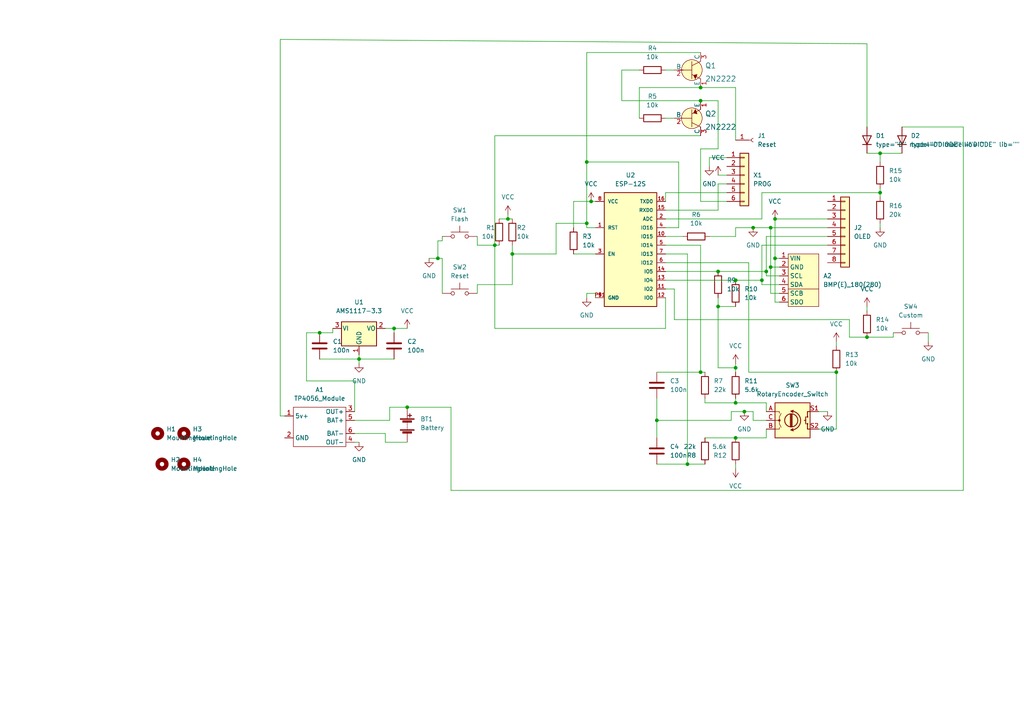
<source format=kicad_sch>
(kicad_sch (version 20211123) (generator eeschema)
  (paper "A4")
  (lib_symbols
    (symbol "BMP(E)_180(280):BMP(E)_180(280)"
      (property "Reference" "A" (at 16.51 13.97 0))
      (property "Value" "BMP(E)_180(280)" (at 3.81 13.97 0))
      (symbol "BMP(E)_180(280)_0_0"
        (rectangle (start -3.81 2.54) (end 11.43 11.43) (fill (type background)))
        (rectangle (start 6.35 2.54) (end 6.35 11.43))
      )
      (symbol "BMP(E)_180(280)_1_1"
        (pin power_in line (at -2.54 0 90) (length 2.54) (name "VIN") (number "1"))
        (pin power_in line (at 0 0 90) (length 2.54) (name "GND") (number "2"))
        (pin bidirectional line (at 2.54 0 90) (length 2.54) (name "SCL") (number "3"))
        (pin bidirectional line (at 5.08 0 90) (length 2.54) (name "SDA") (number "4"))
        (pin bidirectional line (at 7.62 0 90) (length 2.54) (name "SCB") (number "5"))
        (pin bidirectional line (at 10.16 0 90) (length 2.54) (name "SDO") (number "6"))
      )
    )
    (symbol "Connector:Conn_01x01_Female" (pin_names (offset 1.016) hide)
      (property "Reference" "J" (at 0 2.54 0))
      (property "Value" "Conn_01x01_Female" (at 0 -2.54 0))
      (symbol "Conn_01x01_Female_1_1"
        (polyline (pts (xy -1.27 0) (xy -0.508 0)) (stroke (width 0.1524)))
        (arc (start 0 0.508) (mid -0.508 0) (end 0 -0.508) (stroke (width 0.1524)))
        (pin passive line (at -5.08 0 0) (length 3.81) (name "Pin_1") (number "1"))
      )
    )
    (symbol "Connector_Generic:Conn_01x06" (pin_names (offset 1.016) hide)
      (property "Reference" "J" (at 0 7.62 0))
      (property "Value" "Conn_01x06" (at 0 -10.16 0))
      (symbol "Conn_01x06_1_1"
        (rectangle (start -1.27 -7.493) (end 0 -7.747) (stroke (width 0.1524)))
        (rectangle (start -1.27 -4.953) (end 0 -5.207) (stroke (width 0.1524)))
        (rectangle (start -1.27 -2.413) (end 0 -2.667) (stroke (width 0.1524)))
        (rectangle (start -1.27 0.127) (end 0 -0.127) (stroke (width 0.1524)))
        (rectangle (start -1.27 2.667) (end 0 2.413) (stroke (width 0.1524)))
        (rectangle (start -1.27 5.207) (end 0 4.953) (stroke (width 0.1524)))
        (rectangle (start -1.27 6.35) (end 1.27 -8.89) (stroke (width 0.254)) (fill (type background)))
        (pin passive line (at -5.08 5.08 0) (length 3.81) (name "Pin_1") (number "1"))
        (pin passive line (at -5.08 2.54 0) (length 3.81) (name "Pin_2") (number "2"))
        (pin passive line (at -5.08 0 0) (length 3.81) (name "Pin_3") (number "3"))
        (pin passive line (at -5.08 -2.54 0) (length 3.81) (name "Pin_4") (number "4"))
        (pin passive line (at -5.08 -5.08 0) (length 3.81) (name "Pin_5") (number "5"))
        (pin passive line (at -5.08 -7.62 0) (length 3.81) (name "Pin_6") (number "6"))
      )
    )
    (symbol "Connector_Generic:Conn_01x08" (pin_names (offset 1.016) hide)
      (property "Reference" "J" (at 0 10.16 0))
      (property "Value" "Conn_01x08" (at 0 -12.7 0))
      (symbol "Conn_01x08_1_1"
        (rectangle (start -1.27 -10.033) (end 0 -10.287) (stroke (width 0.1524)))
        (rectangle (start -1.27 -7.493) (end 0 -7.747) (stroke (width 0.1524)))
        (rectangle (start -1.27 -4.953) (end 0 -5.207) (stroke (width 0.1524)))
        (rectangle (start -1.27 -2.413) (end 0 -2.667) (stroke (width 0.1524)))
        (rectangle (start -1.27 0.127) (end 0 -0.127) (stroke (width 0.1524)))
        (rectangle (start -1.27 2.667) (end 0 2.413) (stroke (width 0.1524)))
        (rectangle (start -1.27 5.207) (end 0 4.953) (stroke (width 0.1524)))
        (rectangle (start -1.27 7.747) (end 0 7.493) (stroke (width 0.1524)))
        (rectangle (start -1.27 8.89) (end 1.27 -11.43) (stroke (width 0.254)) (fill (type background)))
        (pin passive line (at -5.08 7.62 0) (length 3.81) (name "Pin_1") (number "1"))
        (pin passive line (at -5.08 5.08 0) (length 3.81) (name "Pin_2") (number "2"))
        (pin passive line (at -5.08 2.54 0) (length 3.81) (name "Pin_3") (number "3"))
        (pin passive line (at -5.08 0 0) (length 3.81) (name "Pin_4") (number "4"))
        (pin passive line (at -5.08 -2.54 0) (length 3.81) (name "Pin_5") (number "5"))
        (pin passive line (at -5.08 -5.08 0) (length 3.81) (name "Pin_6") (number "6"))
        (pin passive line (at -5.08 -7.62 0) (length 3.81) (name "Pin_7") (number "7"))
        (pin passive line (at -5.08 -10.16 0) (length 3.81) (name "Pin_8") (number "8"))
      )
    )
    (symbol "Device:Battery" (pin_numbers hide) (pin_names (offset 0) hide)
      (property "Reference" "BT" (at 2.54 2.54 0))
      (property "Value" "Battery" (at 2.54 0 0))
      (symbol "Battery_0_1"
        (rectangle (start -2.032 -1.397) (end 2.032 -1.651) (fill (type outline)))
        (rectangle (start -2.032 1.778) (end 2.032 1.524) (fill (type outline)))
        (rectangle (start -1.3208 -1.9812) (end 1.27 -2.4892) (fill (type outline)))
        (rectangle (start -1.3208 1.1938) (end 1.27 0.6858) (fill (type outline)))
        (polyline (pts (xy 0 -1.524) (xy 0 -1.27)))
        (polyline (pts (xy 0 -1.016) (xy 0 -0.762)))
        (polyline (pts (xy 0 -0.508) (xy 0 -0.254)))
        (polyline (pts (xy 0 0) (xy 0 0.254)))
        (polyline (pts (xy 0 0.508) (xy 0 0.762)))
        (polyline (pts (xy 0 1.778) (xy 0 2.54)))
        (polyline (pts (xy 0.254 2.667) (xy 1.27 2.667)) (stroke (width 0.254)))
        (polyline (pts (xy 0.762 3.175) (xy 0.762 2.159)) (stroke (width 0.254)))
      )
      (symbol "Battery_1_1"
        (pin passive line (at 0 5.08 270) (length 2.54) (name "+") (number "1"))
        (pin passive line (at 0 -5.08 90) (length 2.54) (name "-") (number "2"))
      )
    )
    (symbol "Device:C" (pin_numbers hide) (pin_names (offset 0.254))
      (property "Reference" "C" (at 0.635 2.54 0))
      (property "Value" "C" (at 0.635 -2.54 0))
      (symbol "C_0_1"
        (polyline (pts (xy -2.032 -0.762) (xy 2.032 -0.762)) (stroke (width 0.508)))
        (polyline (pts (xy -2.032 0.762) (xy 2.032 0.762)) (stroke (width 0.508)))
      )
      (symbol "C_1_1"
        (pin passive line (at 0 3.81 270) (length 2.794) (name "~") (number "1"))
        (pin passive line (at 0 -3.81 90) (length 2.794) (name "~") (number "2"))
      )
    )
    (symbol "Device:R" (pin_numbers hide) (pin_names (offset 0))
      (property "Reference" "R" (at 2.032 0 90))
      (property "Value" "R" (at 0 0 90))
      (symbol "R_0_1"
        (rectangle (start -1.016 -2.54) (end 1.016 2.54) (stroke (width 0.254)))
      )
      (symbol "R_1_1"
        (pin passive line (at 0 3.81 270) (length 1.27) (name "~") (number "1"))
        (pin passive line (at 0 -3.81 90) (length 1.27) (name "~") (number "2"))
      )
    )
    (symbol "Device:RotaryEncoder_Switch" (pin_names (offset 0.254) hide)
      (property "Reference" "SW" (at 0 6.604 0))
      (property "Value" "RotaryEncoder_Switch" (at 0 -6.604 0))
      (symbol "RotaryEncoder_Switch_0_1"
        (rectangle (start -5.08 5.08) (end 5.08 -5.08) (stroke (width 0.254)) (fill (type background)))
        (circle (center -3.81 0) (radius 0.254) (fill (type outline)))
        (arc (start -0.381 -2.794) (mid 2.3622 -0.0635) (end -0.381 2.667) (stroke (width 0.254)))
        (circle (center -0.381 0) (radius 1.905) (stroke (width 0.254)))
        (polyline (pts (xy -0.635 -1.778) (xy -0.635 1.778)) (stroke (width 0.254)))
        (polyline (pts (xy -0.381 -1.778) (xy -0.381 1.778)) (stroke (width 0.254)))
        (polyline (pts (xy -0.127 1.778) (xy -0.127 -1.778)) (stroke (width 0.254)))
        (polyline (pts (xy 3.81 0) (xy 3.429 0)) (stroke (width 0.254)))
        (polyline (pts (xy 3.81 1.016) (xy 3.81 -1.016)) (stroke (width 0.254)))
        (polyline (pts (xy -5.08 -2.54) (xy -3.81 -2.54) (xy -3.81 -2.032)))
        (polyline (pts (xy -5.08 2.54) (xy -3.81 2.54) (xy -3.81 2.032)))
        (polyline (pts (xy 0.254 -3.048) (xy -0.508 -2.794) (xy 0.127 -2.413)) (stroke (width 0.254)))
        (polyline (pts (xy 0.254 2.921) (xy -0.508 2.667) (xy 0.127 2.286)) (stroke (width 0.254)))
        (polyline (pts (xy 5.08 -2.54) (xy 4.318 -2.54) (xy 4.318 -1.016)) (stroke (width 0.254)))
        (polyline (pts (xy 5.08 2.54) (xy 4.318 2.54) (xy 4.318 1.016)) (stroke (width 0.254)))
        (polyline (pts (xy -5.08 0) (xy -3.81 0) (xy -3.81 -1.016) (xy -3.302 -2.032)))
        (polyline (pts (xy -4.318 0) (xy -3.81 0) (xy -3.81 1.016) (xy -3.302 2.032)))
        (circle (center 4.318 -1.016) (radius 0.127) (stroke (width 0.254)))
        (circle (center 4.318 1.016) (radius 0.127) (stroke (width 0.254)))
      )
      (symbol "RotaryEncoder_Switch_1_1"
        (pin passive line (at -7.62 2.54 0) (length 2.54) (name "A") (number "A"))
        (pin passive line (at -7.62 -2.54 0) (length 2.54) (name "B") (number "B"))
        (pin passive line (at -7.62 0 0) (length 2.54) (name "C") (number "C"))
        (pin passive line (at 7.62 2.54 180) (length 2.54) (name "S1") (number "S1"))
        (pin passive line (at 7.62 -2.54 180) (length 2.54) (name "S2") (number "S2"))
      )
    )
    (symbol "ESP-12S:ESP-12S" (pin_names (offset 1.016))
      (property "Reference" "U" (at -7.62 18.034 0))
      (property "Value" "ESP-12S" (at -7.62 -15.494 0))
      (symbol "ESP-12S_0_0"
        (rectangle (start -7.62 -15.24) (end 7.62 17.78) (stroke (width 0.254)) (fill (type background)))
        (pin bidirectional line (at -10.16 7.62 0) (length 2.54) (name "RST") (number "1"))
        (pin bidirectional line (at 10.16 5.08 180) (length 2.54) (name "IO15") (number "10"))
        (pin bidirectional line (at 10.16 -10.16 180) (length 2.54) (name "IO2") (number "11"))
        (pin bidirectional line (at 10.16 -12.7 180) (length 2.54) (name "IO0") (number "12"))
        (pin bidirectional line (at 10.16 -7.62 180) (length 2.54) (name "IO4") (number "13"))
        (pin bidirectional line (at 10.16 -5.08 180) (length 2.54) (name "IO5") (number "14"))
        (pin bidirectional line (at 10.16 12.7 180) (length 2.54) (name "RXD0") (number "15"))
        (pin bidirectional line (at 10.16 15.24 180) (length 2.54) (name "TXD0") (number "16"))
        (pin bidirectional line (at 10.16 10.16 180) (length 2.54) (name "ADC") (number "2"))
        (pin bidirectional line (at -10.16 0 0) (length 2.54) (name "EN") (number "3"))
        (pin bidirectional line (at 10.16 7.62 180) (length 2.54) (name "IO16") (number "4"))
        (pin bidirectional line (at 10.16 2.54 180) (length 2.54) (name "IO14") (number "5"))
        (pin bidirectional line (at 10.16 -2.54 180) (length 2.54) (name "IO12") (number "6"))
        (pin bidirectional line (at 10.16 0 180) (length 2.54) (name "IO13") (number "7"))
        (pin bidirectional line (at -10.16 15.24 0) (length 2.54) (name "VCC") (number "8"))
        (pin bidirectional line (at -10.16 -12.7 0) (length 2.54) (name "GND") (number "9"))
        (pin bidirectional line (at -10.16 -12.7 0) (length 2.54) (name "GND") (number "P$1"))
      )
    )
    (symbol "Mechanical:MountingHole" (pin_names (offset 1.016))
      (property "Reference" "H" (at 0 5.08 0))
      (property "Value" "MountingHole" (at 0 3.175 0))
      (symbol "MountingHole_0_1"
        (circle (center 0 0) (radius 1.27) (stroke (width 1.27)))
      )
    )
    (symbol "Regulator_Linear:AMS1117-3.3" (pin_names (offset 0.254))
      (property "Reference" "U" (at -3.81 3.175 0))
      (property "Value" "AMS1117-3.3" (at 0 3.175 0))
      (symbol "AMS1117-3.3_0_1"
        (rectangle (start -5.08 -5.08) (end 5.08 1.905) (stroke (width 0.254)) (fill (type background)))
      )
      (symbol "AMS1117-3.3_1_1"
        (pin power_in line (at 0 -7.62 90) (length 2.54) (name "GND") (number "1"))
        (pin power_out line (at 7.62 0 180) (length 2.54) (name "VO") (number "2"))
        (pin power_in line (at -7.62 0 0) (length 2.54) (name "VI") (number "3"))
      )
    )
    (symbol "Simulation_SPICE:DIODE" (pin_numbers hide) (pin_names (offset 1.016) hide)
      (property "Reference" "D" (at 0 2.54 0))
      (property "Value" "DIODE" (at 0 -2.54 0))
      (symbol "DIODE_0_1"
        (polyline (pts (xy 1.27 0) (xy -1.27 0)))
        (polyline (pts (xy 1.27 1.27) (xy 1.27 -1.27)) (stroke (width 0.254)))
        (polyline (pts (xy -1.27 -1.27) (xy -1.27 1.27) (xy 1.27 0) (xy -1.27 -1.27)) (stroke (width 0.254)))
      )
      (symbol "DIODE_1_1"
        (pin passive line (at -3.81 0 0) (length 2.54) (name "A") (number "1"))
        (pin passive line (at 3.81 0 180) (length 2.54) (name "K") (number "2"))
      )
    )
    (symbol "Switch:SW_Push" (pin_numbers hide) (pin_names (offset 1.016) hide)
      (property "Reference" "SW" (at 1.27 2.54 0))
      (property "Value" "SW_Push" (at 0 -1.524 0))
      (symbol "SW_Push_0_1"
        (circle (center -2.032 0) (radius 0.508))
        (polyline (pts (xy 0 1.27) (xy 0 3.048)))
        (polyline (pts (xy 2.54 1.27) (xy -2.54 1.27)))
        (circle (center 2.032 0) (radius 0.508))
        (pin passive line (at -5.08 0 0) (length 2.54) (name "1") (number "1"))
        (pin passive line (at 5.08 0 180) (length 2.54) (name "2") (number "2"))
      )
    )
    (symbol "TP4056_Module:TP4056_Module"
      (property "Reference" "A" (at 5.08 3.81 0))
      (property "Value" "TP4056_Module" (at 6.35 1.27 0))
      (symbol "TP4056_Module_0_1"
        (rectangle (start 0 0) (end 15.24 -11.43))
      )
      (symbol "TP4056_Module_1_1"
        (pin power_in line (at -2.54 -2.54 0) (length 2.54) (name "5v+") (number "1"))
        (pin power_in line (at -2.54 -8.89 0) (length 2.54) (name "GND") (number "2"))
        (pin power_out line (at 17.78 -1.27 180) (length 2.54) (name "OUT+") (number "3"))
        (pin power_out line (at 17.78 -10.16 180) (length 2.54) (name "OUT-") (number "4"))
        (pin power_out line (at 17.78 -3.81 180) (length 2.54) (name "BAT+") (number "5"))
        (pin power_out line (at 17.78 -7.62 180) (length 2.54) (name "BAT-") (number "6"))
      )
    )
    (symbol "dk_Transistors-Bipolar-BJT-Single:2N2222" (pin_names (offset 0))
      (property "Reference" "Q" (at -2.3876 3.9116 0))
      (property "Value" "2N2222" (at 5.08 0 90))
      (symbol "2N2222_0_1"
        (polyline (pts (xy -3.81 0) (xy -2.54 0)))
        (polyline (pts (xy -3.556 0) (xy 0 0)))
        (polyline (pts (xy 0 -1.27) (xy 2.54 -2.54)))
        (polyline (pts (xy 0 1.27) (xy 2.54 2.54)))
        (polyline (pts (xy 0 2.54) (xy 0 -2.54)))
        (polyline (pts (xy 1.016 2.54) (xy 0.508 1.524) (xy 1.524 1.27) (xy 1.016 2.54)) (fill (type outline)))
        (circle (center 0 0) (radius 2.9972) (fill (type background)))
      )
      (symbol "2N2222_1_1"
        (pin passive line (at 2.54 5.08 270) (length 2.54) (name "E") (number "1"))
        (pin input line (at -5.08 0 0) (length 2.54) (name "B") (number "2"))
        (pin passive line (at 2.54 -5.08 90) (length 2.54) (name "C") (number "3"))
      )
    )
    (symbol "power:GND" (power) (pin_names (offset 0))
      (property "Value" "GND" (at 0 -3.81 0))
      (symbol "GND_0_1"
        (polyline (pts (xy 0 0) (xy 0 -1.27) (xy 1.27 -1.27) (xy 0 -2.54) (xy -1.27 -1.27) (xy 0 -1.27)))
      )
      (symbol "GND_1_1"
        (pin power_in line (at 0 0 270) (length 0) hide (name "GND") (number "1"))
      )
    )
    (symbol "power:VCC" (power) (pin_names (offset 0))
      (property "Value" "VCC" (at 0 3.81 0))
      (symbol "VCC_0_1"
        (polyline (pts (xy -0.762 1.27) (xy 0 2.54)))
        (polyline (pts (xy 0 0) (xy 0 2.54)))
        (polyline (pts (xy 0 2.54) (xy 0.762 1.27)))
      )
      (symbol "VCC_1_1"
        (pin power_in line (at 0 0 90) (length 0) hide (name "VCC") (number "1"))
      )
    )
  )
  (junction (at 127 74.93))
  (junction (at 170.18 46.99))
  (junction (at 224.79 74.93))
  (junction (at 143.51 71.12))
  (junction (at 92.71 96.52))
  (junction (at 255.27 44.45))
  (junction (at 208.28 88.9))
  (junction (at 251.46 97.79))
  (junction (at 171.45 58.42))
  (junction (at 170.18 64.77))
  (junction (at 224.79 63.5))
  (junction (at 203.2 107.95))
  (junction (at 223.52 77.47))
  (junction (at 208.28 78.74))
  (junction (at 213.36 81.28))
  (junction (at 190.5 121.92))
  (junction (at 213.36 127))
  (junction (at 203.2 25.4))
  (junction (at 220.98 81.28))
  (junction (at 213.36 106.68))
  (junction (at 218.44 66.04))
  (junction (at 199.39 134.62))
  (junction (at 222.25 78.74))
  (junction (at 203.2 29.21))
  (junction (at 148.59 73.66))
  (junction (at 215.9 119.38))
  (junction (at 147.32 63.5))
  (junction (at 114.3 95.25))
  (junction (at 118.11 118.11))
  (junction (at 242.57 107.95))
  (junction (at 213.36 116.84))
  (junction (at 255.27 55.88))
  (junction (at 223.52 66.04))
  (junction (at 104.14 104.14))
  (wire (pts (xy 226.06 87.63) (xy 224.79 87.63)))
  (wire (pts (xy 81.28 120.65) (xy 82.55 120.65)))
  (wire (pts (xy 208.28 78.74) (xy 222.25 78.74)))
  (wire (pts (xy 190.5 121.92) (xy 190.5 127)))
  (wire (pts (xy 114.3 95.25) (xy 111.76 95.25)))
  (wire (pts (xy 222.25 68.58) (xy 240.03 68.58)))
  (wire (pts (xy 185.42 25.4) (xy 203.2 25.4)))
  (wire (pts (xy 114.3 95.25) (xy 118.11 95.25)))
  (wire (pts (xy 166.37 58.42) (xy 171.45 58.42)))
  (wire (pts (xy 255.27 44.45) (xy 255.27 46.99)))
  (wire (pts (xy 224.79 87.63) (xy 224.79 74.93)))
  (wire (pts (xy 111.76 128.27) (xy 118.11 128.27)))
  (wire (pts (xy 246.38 92.71) (xy 195.58 92.71)))
  (wire (pts (xy 246.38 97.79) (xy 246.38 92.71)))
  (wire (pts (xy 212.09 121.92) (xy 212.09 119.38)))
  (wire (pts (xy 144.78 63.5) (xy 147.32 63.5)))
  (wire (pts (xy 208.28 106.68) (xy 213.36 106.68)))
  (wire (pts (xy 128.27 74.93) (xy 128.27 85.09)))
  (wire (pts (xy 208.28 43.18) (xy 203.2 43.18)))
  (wire (pts (xy 170.18 46.99) (xy 196.85 46.99)))
  (wire (pts (xy 193.04 55.88) (xy 193.04 58.42)))
  (wire (pts (xy 147.32 63.5) (xy 148.59 63.5)))
  (wire (pts (xy 88.9 110.49) (xy 102.87 110.49)))
  (wire (pts (xy 130.81 118.11) (xy 118.11 118.11)))
  (wire (pts (xy 210.82 45.72) (xy 205.74 45.72)))
  (wire (pts (xy 226.06 77.47) (xy 223.52 77.47)))
  (wire (pts (xy 213.36 127) (xy 222.25 127)))
  (wire (pts (xy 269.24 96.52) (xy 269.24 99.06)))
  (wire (pts (xy 166.37 66.04) (xy 166.37 58.42)))
  (wire (pts (xy 195.58 92.71) (xy 195.58 83.82)))
  (wire (pts (xy 104.14 102.87) (xy 104.14 104.14)))
  (wire (pts (xy 208.28 50.8) (xy 210.82 50.8)))
  (wire (pts (xy 220.98 71.12) (xy 220.98 81.28)))
  (wire (pts (xy 113.03 118.11) (xy 118.11 118.11)))
  (wire (pts (xy 251.46 12.7) (xy 251.46 36.83)))
  (wire (pts (xy 213.36 105.41) (xy 213.36 106.68)))
  (wire (pts (xy 102.87 125.73) (xy 111.76 125.73)))
  (wire (pts (xy 193.04 60.96) (xy 208.28 60.96)))
  (wire (pts (xy 171.45 58.42) (xy 172.72 58.42)))
  (wire (pts (xy 193.04 76.2) (xy 217.17 76.2)))
  (wire (pts (xy 127 69.85) (xy 128.27 69.85)))
  (wire (pts (xy 242.57 99.06) (xy 242.57 100.33)))
  (wire (pts (xy 210.82 55.88) (xy 193.04 55.88)))
  (wire (pts (xy 222.25 116.84) (xy 213.36 116.84)))
  (wire (pts (xy 92.71 96.52) (xy 96.52 96.52)))
  (wire (pts (xy 111.76 125.73) (xy 111.76 128.27)))
  (wire (pts (xy 193.04 20.32) (xy 195.58 20.32)))
  (wire (pts (xy 190.5 115.57) (xy 190.5 121.92)))
  (wire (pts (xy 161.29 73.66) (xy 161.29 64.77)))
  (wire (pts (xy 222.25 124.46) (xy 222.25 127)))
  (wire (pts (xy 180.34 20.32) (xy 180.34 29.21)))
  (wire (pts (xy 222.25 68.58) (xy 222.25 78.74)))
  (wire (pts (xy 222.25 80.01) (xy 226.06 80.01)))
  (wire (pts (xy 213.36 135.89) (xy 213.36 134.62)))
  (wire (pts (xy 222.25 121.92) (xy 218.44 121.92)))
  (wire (pts (xy 193.04 78.74) (xy 208.28 78.74)))
  (wire (pts (xy 180.34 29.21) (xy 203.2 29.21)))
  (wire (pts (xy 255.27 55.88) (xy 255.27 57.15)))
  (wire (pts (xy 203.2 39.37) (xy 143.51 39.37)))
  (wire (pts (xy 203.2 107.95) (xy 204.47 107.95)))
  (wire (pts (xy 193.04 34.29) (xy 195.58 34.29)))
  (wire (pts (xy 193.04 66.04) (xy 196.85 66.04)))
  (wire (pts (xy 113.03 121.92) (xy 113.03 118.11)))
  (wire (pts (xy 96.52 95.25) (xy 96.52 96.52)))
  (wire (pts (xy 199.39 134.62) (xy 204.47 134.62)))
  (wire (pts (xy 102.87 128.27) (xy 104.14 128.27)))
  (wire (pts (xy 124.46 74.93) (xy 127 74.93)))
  (wire (pts (xy 204.47 115.57) (xy 204.47 116.84)))
  (wire (pts (xy 166.37 73.66) (xy 172.72 73.66)))
  (wire (pts (xy 208.28 88.9) (xy 208.28 106.68)))
  (wire (pts (xy 193.04 86.36) (xy 193.04 95.25)))
  (wire (pts (xy 220.98 81.28) (xy 220.98 82.55)))
  (wire (pts (xy 213.36 25.4) (xy 213.36 40.64)))
  (wire (pts (xy 143.51 95.25) (xy 143.51 71.12)))
  (wire (pts (xy 242.57 124.46) (xy 237.49 124.46)))
  (wire (pts (xy 138.43 71.12) (xy 143.51 71.12)))
  (wire (pts (xy 128.27 74.93) (xy 127 74.93)))
  (wire (pts (xy 208.28 86.36) (xy 208.28 88.9)))
  (wire (pts (xy 259.08 96.52) (xy 259.08 97.79)))
  (wire (pts (xy 255.27 44.45) (xy 261.62 44.45)))
  (wire (pts (xy 170.18 64.77) (xy 170.18 66.04)))
  (wire (pts (xy 190.5 134.62) (xy 199.39 134.62)))
  (wire (pts (xy 212.09 119.38) (xy 215.9 119.38)))
  (wire (pts (xy 220.98 55.88) (xy 255.27 55.88)))
  (wire (pts (xy 217.17 107.95) (xy 242.57 107.95)))
  (wire (pts (xy 208.28 53.34) (xy 208.28 60.96)))
  (wire (pts (xy 213.36 116.84) (xy 213.36 115.57)))
  (wire (pts (xy 193.04 63.5) (xy 220.98 63.5)))
  (wire (pts (xy 130.81 142.24) (xy 130.81 118.11)))
  (wire (pts (xy 148.59 82.55) (xy 148.59 73.66)))
  (wire (pts (xy 193.04 71.12) (xy 203.2 71.12)))
  (wire (pts (xy 213.36 106.68) (xy 213.36 107.95)))
  (wire (pts (xy 223.52 66.04) (xy 240.03 66.04)))
  (wire (pts (xy 218.44 119.38) (xy 215.9 119.38)))
  (wire (pts (xy 224.79 63.5) (xy 240.03 63.5)))
  (wire (pts (xy 279.4 142.24) (xy 130.81 142.24)))
  (wire (pts (xy 148.59 82.55) (xy 138.43 82.55)))
  (wire (pts (xy 223.52 85.09) (xy 223.52 77.47)))
  (wire (pts (xy 226.06 85.09) (xy 223.52 85.09)))
  (wire (pts (xy 148.59 73.66) (xy 148.59 71.12)))
  (wire (pts (xy 128.27 68.58) (xy 128.27 69.85)))
  (wire (pts (xy 88.9 96.52) (xy 88.9 110.49)))
  (wire (pts (xy 104.14 105.41) (xy 104.14 104.14)))
  (wire (pts (xy 102.87 119.38) (xy 102.87 110.49)))
  (wire (pts (xy 199.39 73.66) (xy 199.39 134.62)))
  (wire (pts (xy 255.27 64.77) (xy 255.27 66.04)))
  (wire (pts (xy 185.42 20.32) (xy 180.34 20.32)))
  (wire (pts (xy 279.4 36.83) (xy 279.4 142.24)))
  (wire (pts (xy 208.28 88.9) (xy 213.36 88.9)))
  (wire (pts (xy 190.5 121.92) (xy 212.09 121.92)))
  (wire (pts (xy 170.18 85.09) (xy 172.72 85.09)))
  (wire (pts (xy 222.25 119.38) (xy 222.25 116.84)))
  (wire (pts (xy 205.74 68.58) (xy 213.36 68.58)))
  (wire (pts (xy 88.9 96.52) (xy 92.71 96.52)))
  (wire (pts (xy 143.51 39.37) (xy 143.51 71.12)))
  (wire (pts (xy 213.36 66.04) (xy 218.44 66.04)))
  (wire (pts (xy 114.3 104.14) (xy 104.14 104.14)))
  (wire (pts (xy 195.58 83.82) (xy 193.04 83.82)))
  (wire (pts (xy 220.98 82.55) (xy 226.06 82.55)))
  (wire (pts (xy 251.46 97.79) (xy 259.08 97.79)))
  (wire (pts (xy 138.43 82.55) (xy 138.43 85.09)))
  (wire (pts (xy 204.47 127) (xy 213.36 127)))
  (wire (pts (xy 127 74.93) (xy 127 69.85)))
  (wire (pts (xy 205.74 45.72) (xy 205.74 48.26)))
  (wire (pts (xy 190.5 107.95) (xy 203.2 107.95)))
  (wire (pts (xy 222.25 78.74) (xy 222.25 80.01)))
  (wire (pts (xy 203.2 25.4) (xy 213.36 25.4)))
  (wire (pts (xy 203.2 43.18) (xy 203.2 58.42)))
  (wire (pts (xy 251.46 44.45) (xy 255.27 44.45)))
  (wire (pts (xy 193.04 73.66) (xy 199.39 73.66)))
  (wire (pts (xy 114.3 95.25) (xy 114.3 96.52)))
  (wire (pts (xy 218.44 121.92) (xy 218.44 119.38)))
  (wire (pts (xy 81.28 11.43) (xy 81.28 120.65)))
  (wire (pts (xy 170.18 15.24) (xy 170.18 46.99)))
  (wire (pts (xy 204.47 116.84) (xy 213.36 116.84)))
  (wire (pts (xy 208.28 29.21) (xy 208.28 43.18)))
  (wire (pts (xy 261.62 36.83) (xy 279.4 36.83)))
  (wire (pts (xy 170.18 46.99) (xy 170.18 64.77)))
  (wire (pts (xy 193.04 81.28) (xy 213.36 81.28)))
  (wire (pts (xy 210.82 58.42) (xy 203.2 58.42)))
  (wire (pts (xy 255.27 55.88) (xy 255.27 54.61)))
  (wire (pts (xy 198.12 68.58) (xy 193.04 68.58)))
  (wire (pts (xy 196.85 66.04) (xy 196.85 46.99)))
  (wire (pts (xy 213.36 68.58) (xy 213.36 66.04)))
  (wire (pts (xy 210.82 53.34) (xy 208.28 53.34)))
  (wire (pts (xy 170.18 66.04) (xy 172.72 66.04)))
  (wire (pts (xy 143.51 71.12) (xy 144.78 71.12)))
  (wire (pts (xy 223.52 77.47) (xy 223.52 66.04)))
  (wire (pts (xy 147.32 62.23) (xy 147.32 63.5)))
  (wire (pts (xy 102.87 121.92) (xy 113.03 121.92)))
  (wire (pts (xy 203.2 15.24) (xy 170.18 15.24)))
  (wire (pts (xy 220.98 63.5) (xy 220.98 55.88)))
  (wire (pts (xy 170.18 85.09) (xy 170.18 86.36)))
  (wire (pts (xy 251.46 12.7) (xy 81.28 11.43)))
  (wire (pts (xy 138.43 68.58) (xy 138.43 71.12)))
  (wire (pts (xy 224.79 74.93) (xy 226.06 74.93)))
  (wire (pts (xy 213.36 81.28) (xy 220.98 81.28)))
  (wire (pts (xy 161.29 64.77) (xy 170.18 64.77)))
  (wire (pts (xy 242.57 107.95) (xy 242.57 124.46)))
  (wire (pts (xy 203.2 29.21) (xy 208.28 29.21)))
  (wire (pts (xy 218.44 66.04) (xy 223.52 66.04)))
  (wire (pts (xy 246.38 97.79) (xy 251.46 97.79)))
  (wire (pts (xy 251.46 88.9) (xy 251.46 90.17)))
  (wire (pts (xy 185.42 34.29) (xy 185.42 25.4)))
  (wire (pts (xy 92.71 104.14) (xy 104.14 104.14)))
  (wire (pts (xy 237.49 119.38) (xy 240.03 119.38)))
  (wire (pts (xy 220.98 71.12) (xy 240.03 71.12)))
  (wire (pts (xy 172.72 85.09) (xy 172.72 86.36)))
  (wire (pts (xy 193.04 95.25) (xy 143.51 95.25)))
  (wire (pts (xy 203.2 71.12) (xy 203.2 107.95)))
  (wire (pts (xy 224.79 63.5) (xy 224.79 74.93)))
  (wire (pts (xy 148.59 73.66) (xy 161.29 73.66)))
  (wire (pts (xy 217.17 76.2) (xy 217.17 107.95)))
  (symbol (lib_id "power:GND") (at 104.14 128.27 0) (unit 1)
    (property "Reference" "#PWR0112" (effects hide))
    (property "Value" "GND" (at 104.14 133.35 0))
  )
  (symbol (lib_id "Device:R") (at 204.47 111.76 180) (unit 1)
    (property "Reference" "R7" (at 207.01 110.4899 0) (effects (justify right)))
    (property "Value" "22k" (at 207.01 113.0299 0) (effects (justify right)))
    (property "Footprint" "Resistor_THT:R_Axial_DIN0207_L6.3mm_D2.5mm_P10.16mm_Horizontal" (effects hide))
  )
  (symbol (lib_id "Device:RotaryEncoder_Switch") (at 229.87 121.92 0) (unit 1)
    (property "Reference" "SW3" (at 229.87 111.76 0))
    (property "Value" "RotaryEncoder_Switch" (at 229.87 114.3 0))
    (property "Footprint" "Rotary_Encoder:RotaryEncoder_Alps_EC11E-Switch_Vertical_H20mm_CircularMountingHoles" (effects hide))
  )
  (symbol (lib_id "Device:R") (at 213.36 130.81 180) (unit 1)
    (property "Reference" "R12" (at 210.82 132.0801 0) (effects (justify left)))
    (property "Value" "5.6k" (at 210.82 129.5401 0) (effects (justify left)))
    (property "Footprint" "Resistor_THT:R_Axial_DIN0207_L6.3mm_D2.5mm_P10.16mm_Horizontal" (effects hide))
  )
  (symbol (lib_id "power:GND") (at 218.44 66.04 0) (unit 1)
    (property "Reference" "#PWR0102" (effects hide))
    (property "Value" "GND" (at 218.44 71.12 0))
  )
  (symbol (lib_id "Device:R") (at 189.23 34.29 90) (unit 1)
    (property "Reference" "R5" (at 189.23 27.94 90))
    (property "Value" "10k" (at 189.23 30.48 90))
    (property "Footprint" "Resistor_THT:R_Axial_DIN0207_L6.3mm_D2.5mm_P10.16mm_Horizontal" (effects hide))
  )
  (symbol (lib_id "power:VCC") (at 171.45 58.42 0) (unit 1)
    (property "Reference" "#PWR0119" (effects hide))
    (property "Value" "VCC" (at 171.45 53.34 0))
  )
  (symbol (lib_id "Device:R") (at 208.28 82.55 180) (unit 1)
    (property "Reference" "R9" (at 210.82 81.2799 0) (effects (justify right)))
    (property "Value" "10k" (at 210.82 83.8199 0) (effects (justify right)))
    (property "Footprint" "Resistor_THT:R_Axial_DIN0207_L6.3mm_D2.5mm_P10.16mm_Horizontal" (effects hide))
  )
  (symbol (lib_id "power:VCC") (at 118.11 95.25 0) (unit 1)
    (property "Reference" "#PWR0115" (effects hide))
    (property "Value" "VCC" (at 118.11 90.17 0))
  )
  (symbol (lib_id "Connector:Conn_01x01_Female") (at 218.44 40.64 0) (unit 1)
    (property "Reference" "J1" (at 219.71 39.3699 0) (effects (justify left)))
    (property "Value" "Reset" (at 219.71 41.9099 0) (effects (justify left)))
    (property "Footprint" "Connector_PinHeader_2.54mm:PinHeader_1x01_P2.54mm_Vertical" (effects hide))
  )
  (symbol (lib_id "Switch:SW_Push") (at 133.35 85.09 0) (unit 1)
    (property "Reference" "SW2" (at 133.35 77.47 0))
    (property "Value" "Reset" (at 133.35 80.01 0))
    (property "Footprint" "Button_Switch_THT:SW_PUSH_6mm" (effects hide))
  )
  (symbol (lib_id "TP4056_Module:TP4056_Module") (at 85.09 118.11 0) (unit 1)
    (property "Reference" "A1" (at 92.71 113.03 0))
    (property "Value" "TP4056_Module" (at 92.71 115.57 0))
    (property "Footprint" "Thermostat:TP4056-18650" (effects hide))
  )
  (symbol (lib_id "power:GND") (at 170.18 86.36 0) (unit 1)
    (property "Reference" "#PWR0114" (effects hide))
    (property "Value" "GND" (at 170.18 91.44 0))
  )
  (symbol (lib_id "Device:C") (at 114.3 100.33 0) (unit 1)
    (property "Reference" "C2" (at 118.11 99.0599 0) (effects (justify left)))
    (property "Value" "100n" (at 118.11 101.5999 0) (effects (justify left)))
    (property "Footprint" "Capacitor_THT:C_Disc_D7.5mm_W2.5mm_P5.00mm" (effects hide))
  )
  (symbol (lib_id "power:GND") (at 215.9 119.38 0) (unit 1)
    (property "Reference" "#PWR0117" (effects hide))
    (property "Value" "GND" (at 215.9 124.46 0))
  )
  (symbol (lib_id "Device:R") (at 213.36 111.76 0) (unit 1)
    (property "Reference" "R11" (at 215.9 110.4899 0) (effects (justify left)))
    (property "Value" "5.6k" (at 215.9 113.0299 0) (effects (justify left)))
    (property "Footprint" "Resistor_THT:R_Axial_DIN0207_L6.3mm_D2.5mm_P10.16mm_Horizontal" (effects hide))
  )
  (symbol (lib_id "Mechanical:MountingHole") (at 53.34 125.73 0) (unit 1)
    (property "Reference" "H3" (at 55.88 124.4599 0) (effects (justify left)))
    (property "Value" "MountingHole" (at 55.88 126.9999 0) (effects (justify left)))
    (property "Footprint" "MountingHole:MountingHole_3.2mm_M3_DIN965_Pad_TopBottom" (effects hide))
  )
  (symbol (lib_id "dk_Transistors-Bipolar-BJT-Single:2N2222") (at 200.66 20.32 0) (mirror x) (unit 1)
    (property "Reference" "Q1" (at 204.47 19.05 0) (effects (font (size 1.524 1.524)) (justify left)))
    (property "Value" "2N2222" (at 204.47 22.86 0) (effects (font (size 1.524 1.524)) (justify left)))
    (property "Footprint" "digikey-footprints:TO-18-3" (effects hide))
    (property "Datasheet" "https://my.centralsemi.com/get_document.php?cmp=1&mergetype=pd&mergepath=pd&pdf_id=2N2221.PDF" (effects hide))
    (property "Digi-Key_PN" "2N2222CS-ND" (effects hide))
    (property "MPN" "2N2222" (effects hide))
    (property "Category" "Discrete Semiconductor Products" (effects hide))
    (property "Family" "Transistors - Bipolar (BJT) - Single" (effects hide))
    (property "DK_Datasheet_Link" "https://my.centralsemi.com/get_document.php?cmp=1&mergetype=pd&mergepath=pd&pdf_id=2N2221.PDF" (effects hide))
    (property "DK_Detail_Page" "/product-detail/en/central-semiconductor-corp/2N2222/2N2222CS-ND/4806844" (effects hide))
    (property "Description" "TRANS NPN 30V 0.8A TO-18" (effects hide))
    (property "Manufacturer" "Central Semiconductor Corp" (effects hide))
    (property "Status" "Active" (effects hide))
  )
  (symbol (lib_id "power:VCC") (at 251.46 88.9 0) (unit 1)
    (property "Reference" "#PWR0110" (effects hide))
    (property "Value" "VCC" (at 251.46 83.82 0))
  )
  (symbol (lib_id "power:VCC") (at 224.79 63.5 0) (unit 1)
    (property "Reference" "#PWR0106" (effects hide))
    (property "Value" "VCC" (at 224.79 58.42 0))
  )
  (symbol (lib_id "power:VCC") (at 208.28 50.8 0) (unit 1)
    (property "Reference" "#PWR0104" (effects hide))
    (property "Value" "VCC" (at 208.28 45.72 0))
  )
  (symbol (lib_id "Switch:SW_Push") (at 133.35 68.58 0) (unit 1)
    (property "Reference" "SW1" (at 133.35 60.96 0))
    (property "Value" "Flash" (at 133.35 63.5 0))
    (property "Footprint" "Button_Switch_THT:SW_PUSH_6mm" (effects hide))
  )
  (symbol (lib_id "Device:Battery") (at 118.11 123.19 0) (unit 1)
    (property "Reference" "BT1" (at 121.92 121.5389 0) (effects (justify left)))
    (property "Value" "Battery" (at 121.92 124.0789 0) (effects (justify left)))
    (property "Footprint" "Battery:BatteryHolder_MPD_BH-18650-PC2" (effects hide))
  )
  (symbol (lib_id "power:VCC") (at 242.57 99.06 0) (unit 1)
    (property "Reference" "#PWR0107" (effects hide))
    (property "Value" "VCC" (at 242.57 93.98 0))
  )
  (symbol (lib_id "Device:R") (at 189.23 20.32 90) (unit 1)
    (property "Reference" "R4" (at 189.23 13.97 90))
    (property "Value" "10k" (at 189.23 16.51 90))
    (property "Footprint" "Resistor_THT:R_Axial_DIN0207_L6.3mm_D2.5mm_P10.16mm_Horizontal" (effects hide))
  )
  (symbol (lib_id "ESP-12S:ESP-12S") (at 182.88 73.66 0) (unit 1)
    (property "Reference" "U2" (at 182.88 50.8 0))
    (property "Value" "ESP-12S" (at 182.88 53.34 0))
    (property "Footprint" "ESP-12S" (effects hide))
    (property "PROD_ID" "IC-14115" (effects hide))
  )
  (symbol (lib_id "Mechanical:MountingHole") (at 53.34 134.62 0) (unit 1)
    (property "Reference" "H4" (at 55.88 133.3499 0) (effects (justify left)))
    (property "Value" "MountingHole" (at 55.88 135.8899 0) (effects (justify left)))
    (property "Footprint" "MountingHole:MountingHole_3.2mm_M3_DIN965_Pad_TopBottom" (effects hide))
  )
  (symbol (lib_id "power:GND") (at 104.14 105.41 0) (unit 1)
    (property "Reference" "#PWR0111" (effects hide))
    (property "Value" "GND" (at 104.14 110.49 0))
  )
  (symbol (lib_id "power:GND") (at 240.03 119.38 0) (unit 1)
    (property "Reference" "#PWR0101" (effects hide))
    (property "Value" "GND" (at 240.03 124.46 0))
  )
  (symbol (lib_id "Device:R") (at 255.27 60.96 180) (unit 1)
    (property "Reference" "R16" (at 257.81 59.6899 0) (effects (justify right)))
    (property "Value" "20k" (at 257.81 62.2299 0) (effects (justify right)))
    (property "Footprint" "Resistor_THT:R_Axial_DIN0207_L6.3mm_D2.5mm_P10.16mm_Horizontal" (effects hide))
  )
  (symbol (lib_id "power:VCC") (at 213.36 135.89 180) (unit 1)
    (property "Reference" "#PWR0118" (effects hide))
    (property "Value" "VCC" (at 213.36 140.97 0))
  )
  (symbol (lib_id "Device:R") (at 204.47 130.81 0) (unit 1)
    (property "Reference" "R8" (at 201.93 132.0801 0) (effects (justify right)))
    (property "Value" "22k" (at 201.93 129.5401 0) (effects (justify right)))
    (property "Footprint" "Resistor_THT:R_Axial_DIN0207_L6.3mm_D2.5mm_P10.16mm_Horizontal" (effects hide))
  )
  (symbol (lib_id "Device:R") (at 213.36 85.09 180) (unit 1)
    (property "Reference" "R10" (at 215.9 83.8199 0) (effects (justify right)))
    (property "Value" "10k" (at 215.9 86.3599 0) (effects (justify right)))
    (property "Footprint" "Resistor_THT:R_Axial_DIN0207_L6.3mm_D2.5mm_P10.16mm_Horizontal" (effects hide))
  )
  (symbol (lib_id "Connector_Generic:Conn_01x08") (at 245.11 66.04 0) (unit 1)
    (property "Reference" "J2" (at 247.65 66.0399 0) (effects (justify left)))
    (property "Value" "OLED" (at 247.65 68.5799 0) (effects (justify left)))
    (property "Footprint" "Display:Adafruit_SSD1306" (effects hide))
  )
  (symbol (lib_id "power:GND") (at 124.46 74.93 0) (unit 1)
    (property "Reference" "#PWR0116" (effects hide))
    (property "Value" "GND" (at 124.46 80.01 0))
  )
  (symbol (lib_id "Device:R") (at 251.46 93.98 180) (unit 1)
    (property "Reference" "R14" (at 254 92.7099 0) (effects (justify right)))
    (property "Value" "10k" (at 254 95.2499 0) (effects (justify right)))
    (property "Footprint" "Resistor_THT:R_Axial_DIN0207_L6.3mm_D2.5mm_P10.16mm_Horizontal" (effects hide))
  )
  (symbol (lib_id "Switch:SW_Push") (at 264.16 96.52 0) (unit 1)
    (property "Reference" "SW4" (at 264.16 88.9 0))
    (property "Value" "Custom" (at 264.16 91.44 0))
    (property "Footprint" "Button_Switch_THT:SW_PUSH_6mm" (effects hide))
  )
  (symbol (lib_id "Device:R") (at 201.93 68.58 90) (unit 1)
    (property "Reference" "R6" (at 201.93 62.23 90))
    (property "Value" "10k" (at 201.93 64.77 90))
    (property "Footprint" "Resistor_THT:R_Axial_DIN0207_L6.3mm_D2.5mm_P10.16mm_Horizontal" (effects hide))
  )
  (symbol (lib_id "Mechanical:MountingHole") (at 46.99 134.62 0) (unit 1)
    (property "Reference" "H2" (at 49.53 133.3499 0) (effects (justify left)))
    (property "Value" "MountingHole" (at 49.53 135.8899 0) (effects (justify left)))
    (property "Footprint" "MountingHole:MountingHole_3.2mm_M3_DIN965_Pad_TopBottom" (effects hide))
  )
  (symbol (lib_id "power:GND") (at 205.74 48.26 0) (unit 1)
    (property "Reference" "#PWR0103" (effects hide))
    (property "Value" "GND" (at 205.74 53.34 0))
  )
  (symbol (lib_id "Simulation_SPICE:DIODE") (at 261.62 40.64 270) (unit 1)
    (property "Reference" "D2" (at 264.16 39.3699 90) (effects (justify left)))
    (property "Value" "DIODE" (at 264.16 41.9099 90) (effects (justify left)))
    (property "Footprint" "Diode_THT:D_DO-34_SOD68_P10.16mm_Horizontal" (effects hide))
    (property "Spice_Netlist_Enabled" "Y" (effects hide))
    (property "Spice_Primitive" "D" (effects hide))
  )
  (symbol (lib_id "Device:R") (at 144.78 67.31 0) (unit 1)
    (property "Reference" "R1" (at 140.97 66.04 0) (effects (justify left)))
    (property "Value" "10k" (at 139.7 68.58 0) (effects (justify left)))
    (property "Footprint" "Resistor_THT:R_Axial_DIN0207_L6.3mm_D2.5mm_P10.16mm_Horizontal" (effects hide))
  )
  (symbol (lib_id "BMP(E)_180(280):BMP(E)_180(280)") (at 226.06 77.47 270) (unit 1)
    (property "Reference" "A2" (at 238.76 80.0099 90) (effects (justify left)))
    (property "Value" "BMP(E)_180(280)" (at 238.76 82.5499 90) (effects (justify left)))
    (property "Footprint" "Connector_PinHeader_2.54mm:PinHeader_1x06_P2.54mm_Vertical" (effects hide))
  )
  (symbol (lib_id "power:VCC") (at 213.36 105.41 0) (unit 1)
    (property "Reference" "#PWR0108" (effects hide))
    (property "Value" "VCC" (at 213.36 100.33 0))
  )
  (symbol (lib_id "Mechanical:MountingHole") (at 45.72 125.73 0) (unit 1)
    (property "Reference" "H1" (at 48.26 124.4599 0) (effects (justify left)))
    (property "Value" "MountingHole" (at 48.26 126.9999 0) (effects (justify left)))
    (property "Footprint" "MountingHole:MountingHole_3.2mm_M3_DIN965_Pad_TopBottom" (effects hide))
  )
  (symbol (lib_id "Device:C") (at 190.5 111.76 0) (unit 1)
    (property "Reference" "C3" (at 194.31 110.4899 0) (effects (justify left)))
    (property "Value" "100n" (at 194.31 113.0299 0) (effects (justify left)))
    (property "Footprint" "Capacitor_THT:C_Disc_D7.5mm_W2.5mm_P5.00mm" (effects hide))
  )
  (symbol (lib_id "power:GND") (at 255.27 66.04 0) (unit 1)
    (property "Reference" "#PWR0105" (effects hide))
    (property "Value" "GND" (at 255.27 71.12 0))
  )
  (symbol (lib_id "power:VCC") (at 147.32 62.23 0) (unit 1)
    (property "Reference" "#PWR0113" (effects hide))
    (property "Value" "VCC" (at 147.32 57.15 0))
  )
  (symbol (lib_id "Device:C") (at 92.71 100.33 0) (unit 1)
    (property "Reference" "C1" (at 96.52 99.0599 0) (effects (justify left)))
    (property "Value" "100n" (at 96.52 101.5999 0) (effects (justify left)))
    (property "Footprint" "Capacitor_THT:C_Disc_D7.5mm_W2.5mm_P5.00mm" (effects hide))
  )
  (symbol (lib_id "Device:C") (at 190.5 130.81 0) (unit 1)
    (property "Reference" "C4" (at 194.31 129.5399 0) (effects (justify left)))
    (property "Value" "100n" (at 194.31 132.0799 0) (effects (justify left)))
    (property "Footprint" "Capacitor_THT:C_Disc_D7.5mm_W2.5mm_P5.00mm" (effects hide))
  )
  (symbol (lib_id "Device:R") (at 242.57 104.14 180) (unit 1)
    (property "Reference" "R13" (at 245.11 102.8699 0) (effects (justify right)))
    (property "Value" "10k" (at 245.11 105.4099 0) (effects (justify right)))
    (property "Footprint" "Resistor_THT:R_Axial_DIN0207_L6.3mm_D2.5mm_P10.16mm_Horizontal" (effects hide))
  )
  (symbol (lib_id "Device:R") (at 166.37 69.85 0) (unit 1)
    (property "Reference" "R3" (at 168.91 68.5799 0) (effects (justify left)))
    (property "Value" "10k" (at 168.91 71.1199 0) (effects (justify left)))
    (property "Footprint" "Resistor_THT:R_Axial_DIN0207_L6.3mm_D2.5mm_P10.16mm_Horizontal" (effects hide))
  )
  (symbol (lib_id "power:GND") (at 269.24 99.06 0) (unit 1)
    (property "Reference" "#PWR0109" (effects hide))
    (property "Value" "GND" (at 269.24 104.14 0))
  )
  (symbol (lib_id "Device:R") (at 255.27 50.8 180) (unit 1)
    (property "Reference" "R15" (at 257.81 49.5299 0) (effects (justify right)))
    (property "Value" "10k" (at 257.81 52.0699 0) (effects (justify right)))
    (property "Footprint" "Resistor_THT:R_Axial_DIN0207_L6.3mm_D2.5mm_P10.16mm_Horizontal" (effects hide))
  )
  (symbol (lib_id "dk_Transistors-Bipolar-BJT-Single:2N2222") (at 200.66 34.29 0) (unit 1)
    (property "Reference" "Q2" (at 204.47 33.02 0) (effects (font (size 1.524 1.524)) (justify left)))
    (property "Value" "2N2222" (at 204.47 36.83 0) (effects (font (size 1.524 1.524)) (justify left)))
    (property "Footprint" "digikey-footprints:TO-18-3" (effects hide))
    (property "Datasheet" "https://my.centralsemi.com/get_document.php?cmp=1&mergetype=pd&mergepath=pd&pdf_id=2N2221.PDF" (effects hide))
    (property "Digi-Key_PN" "2N2222CS-ND" (effects hide))
    (property "MPN" "2N2222" (effects hide))
    (property "Category" "Discrete Semiconductor Products" (effects hide))
    (property "Family" "Transistors - Bipolar (BJT) - Single" (effects hide))
    (property "DK_Datasheet_Link" "https://my.centralsemi.com/get_document.php?cmp=1&mergetype=pd&mergepath=pd&pdf_id=2N2221.PDF" (effects hide))
    (property "DK_Detail_Page" "/product-detail/en/central-semiconductor-corp/2N2222/2N2222CS-ND/4806844" (effects hide))
    (property "Description" "TRANS NPN 30V 0.8A TO-18" (effects hide))
    (property "Manufacturer" "Central Semiconductor Corp" (effects hide))
    (property "Status" "Active" (effects hide))
  )
  (symbol (lib_id "Device:R") (at 148.59 67.31 0) (unit 1)
    (property "Reference" "R2" (at 149.86 66.04 0) (effects (justify left)))
    (property "Value" "10k" (at 149.86 68.58 0) (effects (justify left)))
    (property "Footprint" "Resistor_THT:R_Axial_DIN0207_L6.3mm_D2.5mm_P10.16mm_Horizontal" (effects hide))
  )
  (symbol (lib_id "Connector_Generic:Conn_01x06") (at 215.9 50.8 0) (unit 1)
    (property "Reference" "X1" (at 218.44 50.7999 0) (effects (justify left)))
    (property "Value" "PROG" (at 218.44 53.3399 0) (effects (justify left)))
    (property "Footprint" "Connector_PinHeader_2.54mm:PinHeader_1x06_P2.54mm_Vertical" (effects hide))
  )
  (symbol (lib_id "Regulator_Linear:AMS1117-3.3") (at 104.14 95.25 0) (unit 1)
    (property "Reference" "U1" (at 104.14 87.63 0))
    (property "Value" "AMS1117-3.3" (at 104.14 90.17 0))
    (property "Footprint" "Package_TO_SOT_SMD:SOT-223-3_TabPin2" (effects hide))
    (property "Datasheet" "http://www.advanced-monolithic.com/pdf/ds1117.pdf" (effects hide))
  )
  (symbol (lib_id "Simulation_SPICE:DIODE") (at 251.46 40.64 270) (unit 1)
    (property "Reference" "D1" (at 254 39.3699 90) (effects (justify left)))
    (property "Value" "DIODE" (at 254 41.9099 90) (effects (justify left)))
    (property "Footprint" "Diode_THT:D_DO-34_SOD68_P10.16mm_Horizontal" (effects hide))
    (property "Spice_Netlist_Enabled" "Y" (effects hide))
    (property "Spice_Primitive" "D" (effects hide))
  )
)
</source>
